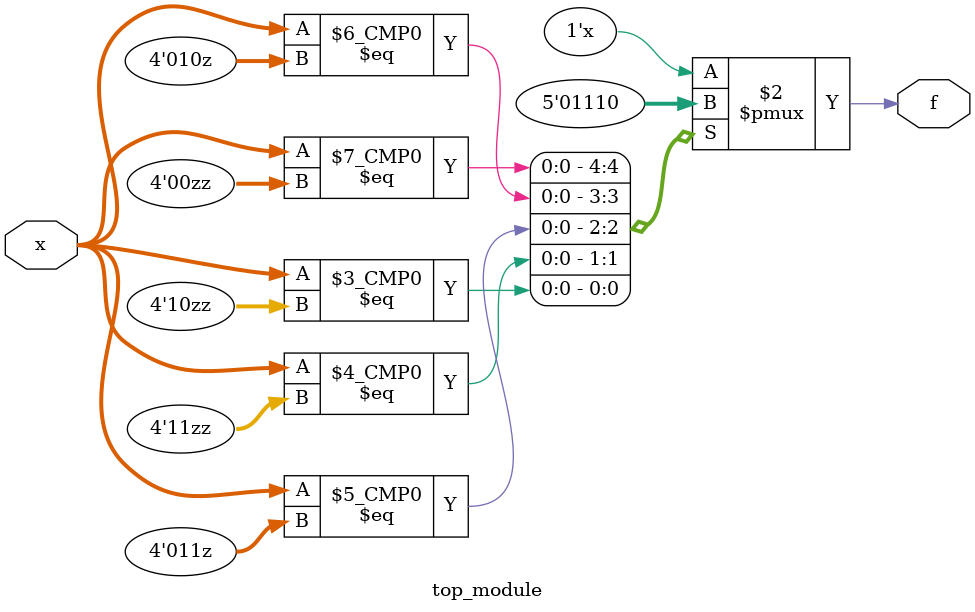
<source format=sv>
module top_module (
    input [4:1] x,
    output logic f
);

always_comb begin
    case (x)
        4'b00??: f = 0;
        4'b010?: f = 1;
        4'b011?: f = 1;
        4'b11??: f = 1;
        4'b10??: f = 0;
        default: f = 0;
    endcase
end

endmodule

</source>
